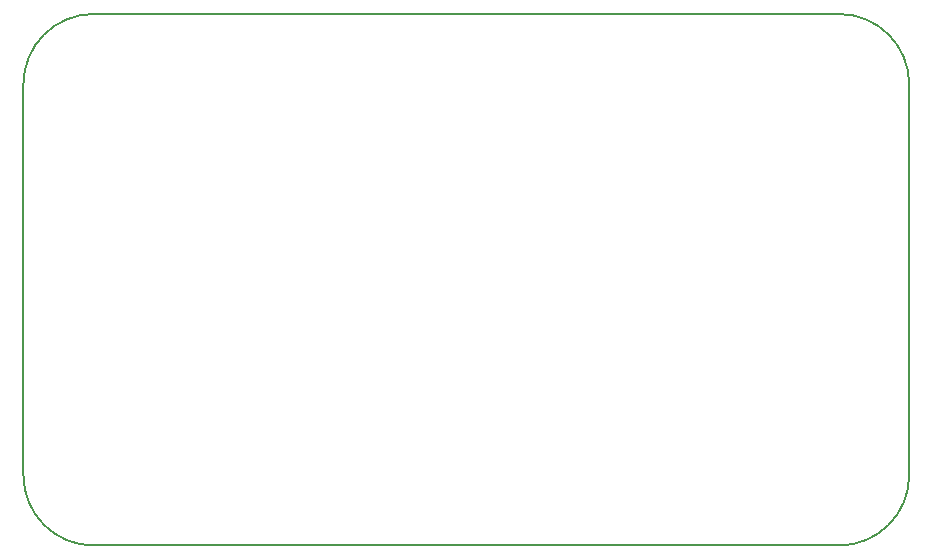
<source format=gko>
G04*
G04 #@! TF.GenerationSoftware,Altium Limited,Altium Designer,24.9.1 (31)*
G04*
G04 Layer_Color=16711935*
%FSLAX44Y44*%
%MOMM*%
G71*
G04*
G04 #@! TF.SameCoordinates,CAE1AE67-0460-43A2-896A-31C629D7927E*
G04*
G04*
G04 #@! TF.FilePolarity,Positive*
G04*
G01*
G75*
%ADD12C,0.2000*%
D12*
X690505Y0D02*
G03*
X750000Y59495I0J59495D01*
G01*
Y390505D02*
G03*
X690505Y450000I-59495J0D01*
G01*
X59495Y450000D02*
G03*
X0Y390505I0J-59495D01*
G01*
Y59495D02*
G03*
X59495Y0I59495J0D01*
G01*
X690505Y0D02*
G03*
X750000Y59495I0J59495D01*
G01*
Y390505D02*
G03*
X690505Y450000I-59495J0D01*
G01*
X0Y59495D02*
G03*
X59495Y0I59495J0D01*
G01*
X59495Y450000D02*
G03*
X0Y390505I0J-59495D01*
G01*
X59495Y0D02*
X690505Y0D01*
X750000Y59495D02*
Y390505D01*
X59495Y450000D02*
X690505Y450000D01*
X0Y59495D02*
Y390505D01*
X59495Y0D02*
X690505Y0D01*
X750000Y59495D02*
Y390505D01*
X59495Y450000D02*
X690505Y450000D01*
M02*

</source>
